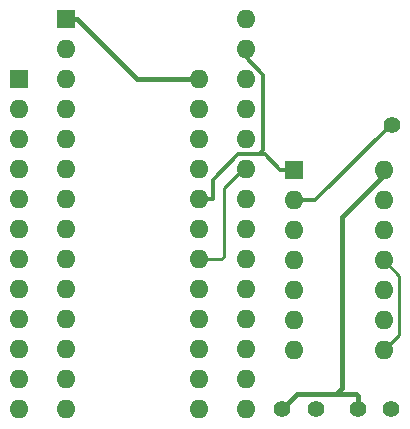
<source format=gbr>
%TF.GenerationSoftware,KiCad,Pcbnew,7.0.6*%
%TF.CreationDate,2023-08-01T22:32:42+10:00*%
%TF.ProjectId,vic20 rom,76696332-3020-4726-9f6d-2e6b69636164,rev?*%
%TF.SameCoordinates,Original*%
%TF.FileFunction,Copper,L1,Top*%
%TF.FilePolarity,Positive*%
%FSLAX46Y46*%
G04 Gerber Fmt 4.6, Leading zero omitted, Abs format (unit mm)*
G04 Created by KiCad (PCBNEW 7.0.6) date 2023-08-01 22:32:42*
%MOMM*%
%LPD*%
G01*
G04 APERTURE LIST*
%TA.AperFunction,ComponentPad*%
%ADD10C,1.400000*%
%TD*%
%TA.AperFunction,ComponentPad*%
%ADD11R,1.600000X1.600000*%
%TD*%
%TA.AperFunction,ComponentPad*%
%ADD12O,1.600000X1.600000*%
%TD*%
%TA.AperFunction,Conductor*%
%ADD13C,0.400000*%
%TD*%
%TA.AperFunction,Conductor*%
%ADD14C,0.250000*%
%TD*%
%TA.AperFunction,Conductor*%
%ADD15C,0.350000*%
%TD*%
G04 APERTURE END LIST*
D10*
%TO.P,Kernal C/E,1,Pin_1*%
%TO.N,Net-(J1-Pin_1)*%
X111243192Y-54860817D03*
%TD*%
D11*
%TO.P,Basic ROM,1,A7*%
%TO.N,Net-(U1-A7)*%
X79690000Y-50970000D03*
D12*
%TO.P,Basic ROM,2,A6*%
%TO.N,Net-(U1-A6)*%
X79690000Y-53510000D03*
%TO.P,Basic ROM,3,A5*%
%TO.N,Net-(U1-A5)*%
X79690000Y-56050000D03*
%TO.P,Basic ROM,4,A4*%
%TO.N,Net-(U1-A4)*%
X79690000Y-58590000D03*
%TO.P,Basic ROM,5,A3*%
%TO.N,Net-(U1-A3)*%
X79690000Y-61130000D03*
%TO.P,Basic ROM,6,A2*%
%TO.N,Net-(U1-A2)*%
X79690000Y-63670000D03*
%TO.P,Basic ROM,7,A1*%
%TO.N,Net-(U1-A1)*%
X79690000Y-66210000D03*
%TO.P,Basic ROM,8,A0*%
%TO.N,Net-(U1-A0)*%
X79690000Y-68750000D03*
%TO.P,Basic ROM,9,D0*%
%TO.N,Net-(U1-D0)*%
X79690000Y-71290000D03*
%TO.P,Basic ROM,10,D1*%
%TO.N,Net-(U1-D1)*%
X79690000Y-73830000D03*
%TO.P,Basic ROM,11,D2*%
%TO.N,Net-(U1-D2)*%
X79690000Y-76370000D03*
%TO.P,Basic ROM,12,GND*%
%TO.N,Net-(U1-GND)*%
X79690000Y-78910000D03*
%TO.P,Basic ROM,13,D3*%
%TO.N,Net-(U1-D3)*%
X94930000Y-78910000D03*
%TO.P,Basic ROM,14,D4*%
%TO.N,Net-(U1-D4)*%
X94930000Y-76370000D03*
%TO.P,Basic ROM,15,D5*%
%TO.N,Net-(U1-D5)*%
X94930000Y-73830000D03*
%TO.P,Basic ROM,16,D6*%
%TO.N,Net-(U1-D6)*%
X94930000Y-71290000D03*
%TO.P,Basic ROM,17,D7*%
%TO.N,Net-(U1-D7)*%
X94930000Y-68750000D03*
%TO.P,Basic ROM,18,A11*%
%TO.N,Net-(U1-A11)*%
X94930000Y-66210000D03*
%TO.P,Basic ROM,19,A10*%
%TO.N,Net-(U1-A10)*%
X94930000Y-63670000D03*
%TO.P,Basic ROM,20,~{CE}*%
%TO.N,Net-(U1-A14)*%
X94930000Y-61130000D03*
%TO.P,Basic ROM,21,A12*%
%TO.N,Net-(U1-A12)*%
X94930000Y-58590000D03*
%TO.P,Basic ROM,22,A9*%
%TO.N,Net-(U1-A9)*%
X94930000Y-56050000D03*
%TO.P,Basic ROM,23,A8*%
%TO.N,Net-(U1-A8)*%
X94930000Y-53510000D03*
%TO.P,Basic ROM,24,VCC*%
%TO.N,Net-(J2-Pin_1)*%
X94930000Y-50970000D03*
%TD*%
D10*
%TO.P,J5,1,Pin_1*%
%TO.N,Net-(J5-Pin_1)*%
X111192600Y-78884900D03*
%TD*%
D11*
%TO.P,7408,1*%
%TO.N,Net-(U1-A14)*%
X102935400Y-58660400D03*
D12*
%TO.P,7408,2*%
%TO.N,Net-(J1-Pin_1)*%
X102935400Y-61200400D03*
%TO.P,7408,3*%
%TO.N,Net-(U1-~{OE})*%
X102935400Y-63740400D03*
%TO.P,7408,4*%
%TO.N,N/C*%
X102935400Y-66280400D03*
%TO.P,7408,5*%
X102935400Y-68820400D03*
%TO.P,7408,6*%
X102935400Y-71360400D03*
%TO.P,7408,7,GND*%
%TO.N,Net-(U1-GND)*%
X102935400Y-73900400D03*
%TO.P,7408,8*%
%TO.N,Net-(U1-A13)*%
X110555400Y-73900400D03*
%TO.P,7408,9*%
%TO.N,Net-(J3-Pin_1)*%
X110555400Y-71360400D03*
%TO.P,7408,10*%
%TO.N,Net-(J1-Pin_1)*%
X110555400Y-68820400D03*
%TO.P,7408,11*%
%TO.N,Net-(U1-A13)*%
X110555400Y-66280400D03*
%TO.P,7408,12*%
%TO.N,Net-(J5-Pin_1)*%
X110555400Y-63740400D03*
%TO.P,7408,13*%
%TO.N,Net-(U1-A14)*%
X110555400Y-61200400D03*
%TO.P,7408,14,VCC*%
%TO.N,Net-(J2-Pin_1)*%
X110555400Y-58660400D03*
%TD*%
D10*
%TO.P,J3,1,Pin_1*%
%TO.N,Net-(J3-Pin_1)*%
X104847100Y-78872000D03*
%TD*%
%TO.P,K2 En,1,Pin_1*%
%TO.N,Net-(J2-Pin_1)*%
X108344500Y-78886200D03*
%TD*%
%TO.P,B2 En,1,Pin_1*%
%TO.N,Net-(J2-Pin_1)*%
X101965800Y-78873300D03*
%TD*%
D11*
%TO.P,27C256,1,VPP*%
%TO.N,Net-(J2-Pin_1)*%
X83622400Y-45887500D03*
D12*
%TO.P,27C256,2,A12*%
%TO.N,Net-(U1-A12)*%
X83622400Y-48427500D03*
%TO.P,27C256,3,A7*%
%TO.N,Net-(U1-A7)*%
X83622400Y-50967500D03*
%TO.P,27C256,4,A6*%
%TO.N,Net-(U1-A6)*%
X83622400Y-53507500D03*
%TO.P,27C256,5,A5*%
%TO.N,Net-(U1-A5)*%
X83622400Y-56047500D03*
%TO.P,27C256,6,A4*%
%TO.N,Net-(U1-A4)*%
X83622400Y-58587500D03*
%TO.P,27C256,7,A3*%
%TO.N,Net-(U1-A3)*%
X83622400Y-61127500D03*
%TO.P,27C256,8,A2*%
%TO.N,Net-(U1-A2)*%
X83622400Y-63667500D03*
%TO.P,27C256,9,A1*%
%TO.N,Net-(U1-A1)*%
X83622400Y-66207500D03*
%TO.P,27C256,10,A0*%
%TO.N,Net-(U1-A0)*%
X83622400Y-68747500D03*
%TO.P,27C256,11,D0*%
%TO.N,Net-(U1-D0)*%
X83622400Y-71287500D03*
%TO.P,27C256,12,D1*%
%TO.N,Net-(U1-D1)*%
X83622400Y-73827500D03*
%TO.P,27C256,13,D2*%
%TO.N,Net-(U1-D2)*%
X83622400Y-76367500D03*
%TO.P,27C256,14,GND*%
%TO.N,Net-(U1-GND)*%
X83622400Y-78907500D03*
%TO.P,27C256,15,D3*%
%TO.N,Net-(U1-D3)*%
X98862400Y-78907500D03*
%TO.P,27C256,16,D4*%
%TO.N,Net-(U1-D4)*%
X98862400Y-76367500D03*
%TO.P,27C256,17,D5*%
%TO.N,Net-(U1-D5)*%
X98862400Y-73827500D03*
%TO.P,27C256,18,D6*%
%TO.N,Net-(U1-D6)*%
X98862400Y-71287500D03*
%TO.P,27C256,19,D7*%
%TO.N,Net-(U1-D7)*%
X98862400Y-68747500D03*
%TO.P,27C256,20,~{CE}*%
%TO.N,Net-(U1-GND)*%
X98862400Y-66207500D03*
%TO.P,27C256,21,A10*%
%TO.N,Net-(U1-A10)*%
X98862400Y-63667500D03*
%TO.P,27C256,22,~{OE}*%
%TO.N,Net-(U1-~{OE})*%
X98862400Y-61127500D03*
%TO.P,27C256,23,A11*%
%TO.N,Net-(U1-A11)*%
X98862400Y-58587500D03*
%TO.P,27C256,24,A9*%
%TO.N,Net-(U1-A9)*%
X98862400Y-56047500D03*
%TO.P,27C256,25,A8*%
%TO.N,Net-(U1-A8)*%
X98862400Y-53507500D03*
%TO.P,27C256,26,A13*%
%TO.N,Net-(U1-A13)*%
X98862400Y-50967500D03*
%TO.P,27C256,27,A14*%
%TO.N,Net-(U1-A14)*%
X98862400Y-48427500D03*
%TO.P,27C256,28,VCC*%
%TO.N,Net-(J2-Pin_1)*%
X98862400Y-45887500D03*
%TD*%
D13*
%TO.N,Net-(J2-Pin_1)*%
X110555400Y-58660400D02*
X110555400Y-59106380D01*
X110555400Y-59106380D02*
X107022048Y-62639732D01*
X107022048Y-62639732D02*
X107022048Y-77093330D01*
X107022048Y-77093330D02*
X106506882Y-77608496D01*
X106506882Y-77608496D02*
X108163796Y-77608496D01*
D14*
%TO.N,Net-(U1-A13)*%
X110555400Y-66280400D02*
X111880126Y-67605126D01*
X111880126Y-67605126D02*
X111880126Y-72575674D01*
X111880126Y-72575674D02*
X110555400Y-73900400D01*
%TO.N,Net-(U1-A11)*%
X98862400Y-58587500D02*
X98620977Y-58587500D01*
X97000276Y-66017742D02*
X96808018Y-66210000D01*
X98620977Y-58587500D02*
X97000276Y-60208201D01*
X97000276Y-60208201D02*
X97000276Y-66017742D01*
X96808018Y-66210000D02*
X94930000Y-66210000D01*
D15*
%TO.N,Net-(U1-A14)*%
X98862400Y-48427500D02*
X98862400Y-49101287D01*
X98862400Y-49101287D02*
X100366978Y-50605865D01*
X100366978Y-50605865D02*
X100366978Y-56983222D01*
X100366978Y-56983222D02*
X100032700Y-57317500D01*
%TO.N,Net-(J1-Pin_1)*%
X102935400Y-61200400D02*
X104758047Y-61200400D01*
X104758047Y-61200400D02*
X110981180Y-54977267D01*
D13*
%TO.N,Net-(J2-Pin_1)*%
X108344500Y-77789200D02*
X108344500Y-78886200D01*
X108344500Y-77789200D02*
X108163796Y-77608496D01*
X103230604Y-77608496D02*
X101965800Y-78873300D01*
X84579723Y-45887500D02*
X83622400Y-45887500D01*
X108163796Y-77608496D02*
X103230604Y-77608496D01*
X94930000Y-50970000D02*
X89662223Y-50970000D01*
X89662223Y-50970000D02*
X84579723Y-45887500D01*
D15*
%TO.N,Net-(U1-A14)*%
X100032700Y-57317500D02*
X98197463Y-57317500D01*
X96056900Y-61130000D02*
X94930000Y-61130000D01*
X96056900Y-59458063D02*
X96056900Y-61130000D01*
X98197463Y-57317500D02*
X96056900Y-59458063D01*
X101808500Y-58660400D02*
X100465600Y-57317500D01*
X102935400Y-58660400D02*
X101808500Y-58660400D01*
X100465600Y-57317500D02*
X100032700Y-57317500D01*
%TD*%
M02*

</source>
